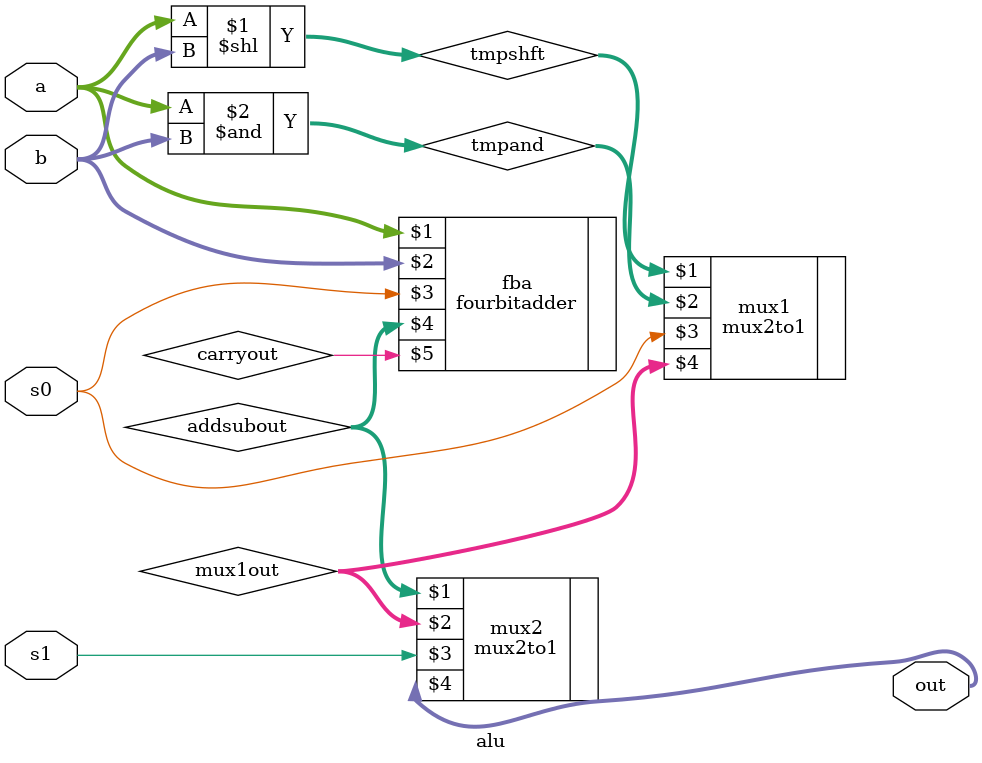
<source format=sv>
`timescale 1ns / 1ps


module alu(
    input [3:0] a,
    input [3:0] b,
    input s0,
    input s1,
    output [3:0] out
    );
    
    logic carryout;  
    logic [3:0] addsubout;
    logic [3:0] mux1out;
    logic [3:0] tmpshft;
    logic [3:0] tmpand;
    
    
    assign tmpshft = a << b;
    assign tmpand = a & b;
    
    fourbitadder fba(a, b, s0, addsubout, carryout);
    
    mux2to1 mux1(tmpshft, tmpand, s0, mux1out);
    mux2to1 mux2(addsubout, mux1out, s1, out);
    
endmodule

</source>
